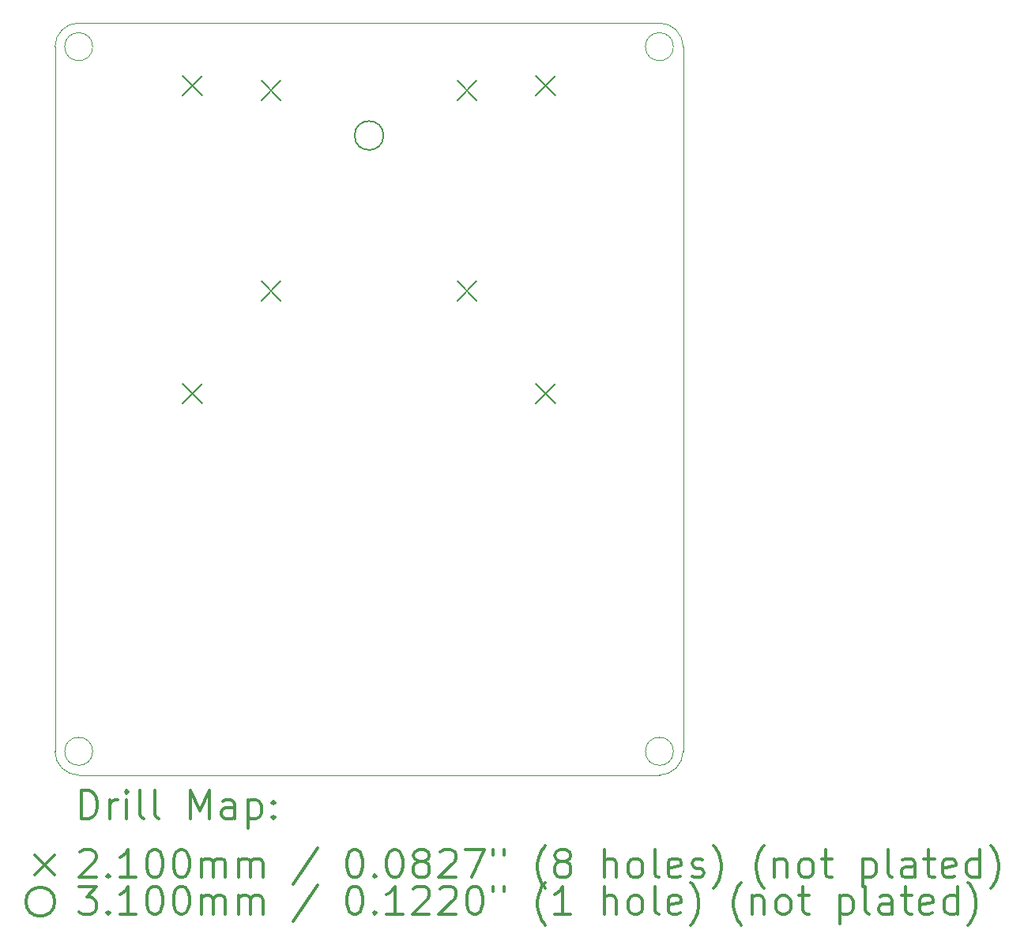
<source format=gbr>
%FSLAX45Y45*%
G04 Gerber Fmt 4.5, Leading zero omitted, Abs format (unit mm)*
G04 Created by KiCad (PCBNEW 5.1.10-88a1d61d58~90~ubuntu20.04.1) date 2021-08-31 10:36:01*
%MOMM*%
%LPD*%
G01*
G04 APERTURE LIST*
%TA.AperFunction,Profile*%
%ADD10C,0.050000*%
%TD*%
%ADD11C,0.200000*%
%ADD12C,0.300000*%
G04 APERTURE END LIST*
D10*
X16342500Y-13589000D02*
G75*
G03*
X16342500Y-13589000I-150000J0D01*
G01*
X16342500Y-6032500D02*
G75*
G03*
X16342500Y-6032500I-150000J0D01*
G01*
X16192500Y-5778500D02*
G75*
G02*
X16446500Y-6032500I0J-254000D01*
G01*
X16446500Y-13589000D02*
G75*
G02*
X16192500Y-13843000I-254000J0D01*
G01*
X10119500Y-13589000D02*
G75*
G03*
X10119500Y-13589000I-150000J0D01*
G01*
X9969500Y-13843000D02*
G75*
G02*
X9715500Y-13589000I0J254000D01*
G01*
X10119500Y-6032500D02*
G75*
G03*
X10119500Y-6032500I-150000J0D01*
G01*
X9715500Y-6032500D02*
G75*
G02*
X9969500Y-5778500I254000J0D01*
G01*
X9715500Y-13589000D02*
X9715500Y-6032500D01*
X16192500Y-13843000D02*
X9969500Y-13843000D01*
X16446500Y-6032500D02*
X16446500Y-13589000D01*
X9969500Y-5778500D02*
X16192500Y-5778500D01*
D11*
X11086000Y-6347600D02*
X11296000Y-6557600D01*
X11296000Y-6347600D02*
X11086000Y-6557600D01*
X11086000Y-9647600D02*
X11296000Y-9857600D01*
X11296000Y-9647600D02*
X11086000Y-9857600D01*
X11926000Y-6397600D02*
X12136000Y-6607600D01*
X12136000Y-6397600D02*
X11926000Y-6607600D01*
X11926000Y-8547600D02*
X12136000Y-8757600D01*
X12136000Y-8547600D02*
X11926000Y-8757600D01*
X14026000Y-6397600D02*
X14236000Y-6607600D01*
X14236000Y-6397600D02*
X14026000Y-6607600D01*
X14026000Y-8547600D02*
X14236000Y-8757600D01*
X14236000Y-8547600D02*
X14026000Y-8757600D01*
X14866000Y-6347600D02*
X15076000Y-6557600D01*
X15076000Y-6347600D02*
X14866000Y-6557600D01*
X14866000Y-9647600D02*
X15076000Y-9857600D01*
X15076000Y-9647600D02*
X14866000Y-9857600D01*
X13236000Y-6985000D02*
G75*
G03*
X13236000Y-6985000I-155000J0D01*
G01*
D12*
X9999428Y-14311214D02*
X9999428Y-14011214D01*
X10070857Y-14011214D01*
X10113714Y-14025500D01*
X10142286Y-14054071D01*
X10156571Y-14082643D01*
X10170857Y-14139786D01*
X10170857Y-14182643D01*
X10156571Y-14239786D01*
X10142286Y-14268357D01*
X10113714Y-14296929D01*
X10070857Y-14311214D01*
X9999428Y-14311214D01*
X10299428Y-14311214D02*
X10299428Y-14111214D01*
X10299428Y-14168357D02*
X10313714Y-14139786D01*
X10328000Y-14125500D01*
X10356571Y-14111214D01*
X10385143Y-14111214D01*
X10485143Y-14311214D02*
X10485143Y-14111214D01*
X10485143Y-14011214D02*
X10470857Y-14025500D01*
X10485143Y-14039786D01*
X10499428Y-14025500D01*
X10485143Y-14011214D01*
X10485143Y-14039786D01*
X10670857Y-14311214D02*
X10642286Y-14296929D01*
X10628000Y-14268357D01*
X10628000Y-14011214D01*
X10828000Y-14311214D02*
X10799428Y-14296929D01*
X10785143Y-14268357D01*
X10785143Y-14011214D01*
X11170857Y-14311214D02*
X11170857Y-14011214D01*
X11270857Y-14225500D01*
X11370857Y-14011214D01*
X11370857Y-14311214D01*
X11642286Y-14311214D02*
X11642286Y-14154071D01*
X11628000Y-14125500D01*
X11599428Y-14111214D01*
X11542286Y-14111214D01*
X11513714Y-14125500D01*
X11642286Y-14296929D02*
X11613714Y-14311214D01*
X11542286Y-14311214D01*
X11513714Y-14296929D01*
X11499428Y-14268357D01*
X11499428Y-14239786D01*
X11513714Y-14211214D01*
X11542286Y-14196929D01*
X11613714Y-14196929D01*
X11642286Y-14182643D01*
X11785143Y-14111214D02*
X11785143Y-14411214D01*
X11785143Y-14125500D02*
X11813714Y-14111214D01*
X11870857Y-14111214D01*
X11899428Y-14125500D01*
X11913714Y-14139786D01*
X11928000Y-14168357D01*
X11928000Y-14254071D01*
X11913714Y-14282643D01*
X11899428Y-14296929D01*
X11870857Y-14311214D01*
X11813714Y-14311214D01*
X11785143Y-14296929D01*
X12056571Y-14282643D02*
X12070857Y-14296929D01*
X12056571Y-14311214D01*
X12042286Y-14296929D01*
X12056571Y-14282643D01*
X12056571Y-14311214D01*
X12056571Y-14125500D02*
X12070857Y-14139786D01*
X12056571Y-14154071D01*
X12042286Y-14139786D01*
X12056571Y-14125500D01*
X12056571Y-14154071D01*
X9503000Y-14700500D02*
X9713000Y-14910500D01*
X9713000Y-14700500D02*
X9503000Y-14910500D01*
X9985143Y-14669786D02*
X9999428Y-14655500D01*
X10028000Y-14641214D01*
X10099428Y-14641214D01*
X10128000Y-14655500D01*
X10142286Y-14669786D01*
X10156571Y-14698357D01*
X10156571Y-14726929D01*
X10142286Y-14769786D01*
X9970857Y-14941214D01*
X10156571Y-14941214D01*
X10285143Y-14912643D02*
X10299428Y-14926929D01*
X10285143Y-14941214D01*
X10270857Y-14926929D01*
X10285143Y-14912643D01*
X10285143Y-14941214D01*
X10585143Y-14941214D02*
X10413714Y-14941214D01*
X10499428Y-14941214D02*
X10499428Y-14641214D01*
X10470857Y-14684071D01*
X10442286Y-14712643D01*
X10413714Y-14726929D01*
X10770857Y-14641214D02*
X10799428Y-14641214D01*
X10828000Y-14655500D01*
X10842286Y-14669786D01*
X10856571Y-14698357D01*
X10870857Y-14755500D01*
X10870857Y-14826929D01*
X10856571Y-14884071D01*
X10842286Y-14912643D01*
X10828000Y-14926929D01*
X10799428Y-14941214D01*
X10770857Y-14941214D01*
X10742286Y-14926929D01*
X10728000Y-14912643D01*
X10713714Y-14884071D01*
X10699428Y-14826929D01*
X10699428Y-14755500D01*
X10713714Y-14698357D01*
X10728000Y-14669786D01*
X10742286Y-14655500D01*
X10770857Y-14641214D01*
X11056571Y-14641214D02*
X11085143Y-14641214D01*
X11113714Y-14655500D01*
X11128000Y-14669786D01*
X11142286Y-14698357D01*
X11156571Y-14755500D01*
X11156571Y-14826929D01*
X11142286Y-14884071D01*
X11128000Y-14912643D01*
X11113714Y-14926929D01*
X11085143Y-14941214D01*
X11056571Y-14941214D01*
X11028000Y-14926929D01*
X11013714Y-14912643D01*
X10999428Y-14884071D01*
X10985143Y-14826929D01*
X10985143Y-14755500D01*
X10999428Y-14698357D01*
X11013714Y-14669786D01*
X11028000Y-14655500D01*
X11056571Y-14641214D01*
X11285143Y-14941214D02*
X11285143Y-14741214D01*
X11285143Y-14769786D02*
X11299428Y-14755500D01*
X11328000Y-14741214D01*
X11370857Y-14741214D01*
X11399428Y-14755500D01*
X11413714Y-14784071D01*
X11413714Y-14941214D01*
X11413714Y-14784071D02*
X11428000Y-14755500D01*
X11456571Y-14741214D01*
X11499428Y-14741214D01*
X11528000Y-14755500D01*
X11542286Y-14784071D01*
X11542286Y-14941214D01*
X11685143Y-14941214D02*
X11685143Y-14741214D01*
X11685143Y-14769786D02*
X11699428Y-14755500D01*
X11728000Y-14741214D01*
X11770857Y-14741214D01*
X11799428Y-14755500D01*
X11813714Y-14784071D01*
X11813714Y-14941214D01*
X11813714Y-14784071D02*
X11828000Y-14755500D01*
X11856571Y-14741214D01*
X11899428Y-14741214D01*
X11928000Y-14755500D01*
X11942286Y-14784071D01*
X11942286Y-14941214D01*
X12528000Y-14626929D02*
X12270857Y-15012643D01*
X12913714Y-14641214D02*
X12942286Y-14641214D01*
X12970857Y-14655500D01*
X12985143Y-14669786D01*
X12999428Y-14698357D01*
X13013714Y-14755500D01*
X13013714Y-14826929D01*
X12999428Y-14884071D01*
X12985143Y-14912643D01*
X12970857Y-14926929D01*
X12942286Y-14941214D01*
X12913714Y-14941214D01*
X12885143Y-14926929D01*
X12870857Y-14912643D01*
X12856571Y-14884071D01*
X12842286Y-14826929D01*
X12842286Y-14755500D01*
X12856571Y-14698357D01*
X12870857Y-14669786D01*
X12885143Y-14655500D01*
X12913714Y-14641214D01*
X13142286Y-14912643D02*
X13156571Y-14926929D01*
X13142286Y-14941214D01*
X13128000Y-14926929D01*
X13142286Y-14912643D01*
X13142286Y-14941214D01*
X13342286Y-14641214D02*
X13370857Y-14641214D01*
X13399428Y-14655500D01*
X13413714Y-14669786D01*
X13428000Y-14698357D01*
X13442286Y-14755500D01*
X13442286Y-14826929D01*
X13428000Y-14884071D01*
X13413714Y-14912643D01*
X13399428Y-14926929D01*
X13370857Y-14941214D01*
X13342286Y-14941214D01*
X13313714Y-14926929D01*
X13299428Y-14912643D01*
X13285143Y-14884071D01*
X13270857Y-14826929D01*
X13270857Y-14755500D01*
X13285143Y-14698357D01*
X13299428Y-14669786D01*
X13313714Y-14655500D01*
X13342286Y-14641214D01*
X13613714Y-14769786D02*
X13585143Y-14755500D01*
X13570857Y-14741214D01*
X13556571Y-14712643D01*
X13556571Y-14698357D01*
X13570857Y-14669786D01*
X13585143Y-14655500D01*
X13613714Y-14641214D01*
X13670857Y-14641214D01*
X13699428Y-14655500D01*
X13713714Y-14669786D01*
X13728000Y-14698357D01*
X13728000Y-14712643D01*
X13713714Y-14741214D01*
X13699428Y-14755500D01*
X13670857Y-14769786D01*
X13613714Y-14769786D01*
X13585143Y-14784071D01*
X13570857Y-14798357D01*
X13556571Y-14826929D01*
X13556571Y-14884071D01*
X13570857Y-14912643D01*
X13585143Y-14926929D01*
X13613714Y-14941214D01*
X13670857Y-14941214D01*
X13699428Y-14926929D01*
X13713714Y-14912643D01*
X13728000Y-14884071D01*
X13728000Y-14826929D01*
X13713714Y-14798357D01*
X13699428Y-14784071D01*
X13670857Y-14769786D01*
X13842286Y-14669786D02*
X13856571Y-14655500D01*
X13885143Y-14641214D01*
X13956571Y-14641214D01*
X13985143Y-14655500D01*
X13999428Y-14669786D01*
X14013714Y-14698357D01*
X14013714Y-14726929D01*
X13999428Y-14769786D01*
X13828000Y-14941214D01*
X14013714Y-14941214D01*
X14113714Y-14641214D02*
X14313714Y-14641214D01*
X14185143Y-14941214D01*
X14413714Y-14641214D02*
X14413714Y-14698357D01*
X14528000Y-14641214D02*
X14528000Y-14698357D01*
X14970857Y-15055500D02*
X14956571Y-15041214D01*
X14928000Y-14998357D01*
X14913714Y-14969786D01*
X14899428Y-14926929D01*
X14885143Y-14855500D01*
X14885143Y-14798357D01*
X14899428Y-14726929D01*
X14913714Y-14684071D01*
X14928000Y-14655500D01*
X14956571Y-14612643D01*
X14970857Y-14598357D01*
X15128000Y-14769786D02*
X15099428Y-14755500D01*
X15085143Y-14741214D01*
X15070857Y-14712643D01*
X15070857Y-14698357D01*
X15085143Y-14669786D01*
X15099428Y-14655500D01*
X15128000Y-14641214D01*
X15185143Y-14641214D01*
X15213714Y-14655500D01*
X15228000Y-14669786D01*
X15242286Y-14698357D01*
X15242286Y-14712643D01*
X15228000Y-14741214D01*
X15213714Y-14755500D01*
X15185143Y-14769786D01*
X15128000Y-14769786D01*
X15099428Y-14784071D01*
X15085143Y-14798357D01*
X15070857Y-14826929D01*
X15070857Y-14884071D01*
X15085143Y-14912643D01*
X15099428Y-14926929D01*
X15128000Y-14941214D01*
X15185143Y-14941214D01*
X15213714Y-14926929D01*
X15228000Y-14912643D01*
X15242286Y-14884071D01*
X15242286Y-14826929D01*
X15228000Y-14798357D01*
X15213714Y-14784071D01*
X15185143Y-14769786D01*
X15599428Y-14941214D02*
X15599428Y-14641214D01*
X15728000Y-14941214D02*
X15728000Y-14784071D01*
X15713714Y-14755500D01*
X15685143Y-14741214D01*
X15642286Y-14741214D01*
X15613714Y-14755500D01*
X15599428Y-14769786D01*
X15913714Y-14941214D02*
X15885143Y-14926929D01*
X15870857Y-14912643D01*
X15856571Y-14884071D01*
X15856571Y-14798357D01*
X15870857Y-14769786D01*
X15885143Y-14755500D01*
X15913714Y-14741214D01*
X15956571Y-14741214D01*
X15985143Y-14755500D01*
X15999428Y-14769786D01*
X16013714Y-14798357D01*
X16013714Y-14884071D01*
X15999428Y-14912643D01*
X15985143Y-14926929D01*
X15956571Y-14941214D01*
X15913714Y-14941214D01*
X16185143Y-14941214D02*
X16156571Y-14926929D01*
X16142286Y-14898357D01*
X16142286Y-14641214D01*
X16413714Y-14926929D02*
X16385143Y-14941214D01*
X16328000Y-14941214D01*
X16299428Y-14926929D01*
X16285143Y-14898357D01*
X16285143Y-14784071D01*
X16299428Y-14755500D01*
X16328000Y-14741214D01*
X16385143Y-14741214D01*
X16413714Y-14755500D01*
X16428000Y-14784071D01*
X16428000Y-14812643D01*
X16285143Y-14841214D01*
X16542286Y-14926929D02*
X16570857Y-14941214D01*
X16628000Y-14941214D01*
X16656571Y-14926929D01*
X16670857Y-14898357D01*
X16670857Y-14884071D01*
X16656571Y-14855500D01*
X16628000Y-14841214D01*
X16585143Y-14841214D01*
X16556571Y-14826929D01*
X16542286Y-14798357D01*
X16542286Y-14784071D01*
X16556571Y-14755500D01*
X16585143Y-14741214D01*
X16628000Y-14741214D01*
X16656571Y-14755500D01*
X16770857Y-15055500D02*
X16785143Y-15041214D01*
X16813714Y-14998357D01*
X16828000Y-14969786D01*
X16842286Y-14926929D01*
X16856571Y-14855500D01*
X16856571Y-14798357D01*
X16842286Y-14726929D01*
X16828000Y-14684071D01*
X16813714Y-14655500D01*
X16785143Y-14612643D01*
X16770857Y-14598357D01*
X17313714Y-15055500D02*
X17299428Y-15041214D01*
X17270857Y-14998357D01*
X17256571Y-14969786D01*
X17242286Y-14926929D01*
X17228000Y-14855500D01*
X17228000Y-14798357D01*
X17242286Y-14726929D01*
X17256571Y-14684071D01*
X17270857Y-14655500D01*
X17299428Y-14612643D01*
X17313714Y-14598357D01*
X17428000Y-14741214D02*
X17428000Y-14941214D01*
X17428000Y-14769786D02*
X17442286Y-14755500D01*
X17470857Y-14741214D01*
X17513714Y-14741214D01*
X17542286Y-14755500D01*
X17556571Y-14784071D01*
X17556571Y-14941214D01*
X17742286Y-14941214D02*
X17713714Y-14926929D01*
X17699428Y-14912643D01*
X17685143Y-14884071D01*
X17685143Y-14798357D01*
X17699428Y-14769786D01*
X17713714Y-14755500D01*
X17742286Y-14741214D01*
X17785143Y-14741214D01*
X17813714Y-14755500D01*
X17828000Y-14769786D01*
X17842286Y-14798357D01*
X17842286Y-14884071D01*
X17828000Y-14912643D01*
X17813714Y-14926929D01*
X17785143Y-14941214D01*
X17742286Y-14941214D01*
X17928000Y-14741214D02*
X18042286Y-14741214D01*
X17970857Y-14641214D02*
X17970857Y-14898357D01*
X17985143Y-14926929D01*
X18013714Y-14941214D01*
X18042286Y-14941214D01*
X18370857Y-14741214D02*
X18370857Y-15041214D01*
X18370857Y-14755500D02*
X18399428Y-14741214D01*
X18456571Y-14741214D01*
X18485143Y-14755500D01*
X18499428Y-14769786D01*
X18513714Y-14798357D01*
X18513714Y-14884071D01*
X18499428Y-14912643D01*
X18485143Y-14926929D01*
X18456571Y-14941214D01*
X18399428Y-14941214D01*
X18370857Y-14926929D01*
X18685143Y-14941214D02*
X18656571Y-14926929D01*
X18642286Y-14898357D01*
X18642286Y-14641214D01*
X18928000Y-14941214D02*
X18928000Y-14784071D01*
X18913714Y-14755500D01*
X18885143Y-14741214D01*
X18828000Y-14741214D01*
X18799428Y-14755500D01*
X18928000Y-14926929D02*
X18899428Y-14941214D01*
X18828000Y-14941214D01*
X18799428Y-14926929D01*
X18785143Y-14898357D01*
X18785143Y-14869786D01*
X18799428Y-14841214D01*
X18828000Y-14826929D01*
X18899428Y-14826929D01*
X18928000Y-14812643D01*
X19028000Y-14741214D02*
X19142286Y-14741214D01*
X19070857Y-14641214D02*
X19070857Y-14898357D01*
X19085143Y-14926929D01*
X19113714Y-14941214D01*
X19142286Y-14941214D01*
X19356571Y-14926929D02*
X19328000Y-14941214D01*
X19270857Y-14941214D01*
X19242286Y-14926929D01*
X19228000Y-14898357D01*
X19228000Y-14784071D01*
X19242286Y-14755500D01*
X19270857Y-14741214D01*
X19328000Y-14741214D01*
X19356571Y-14755500D01*
X19370857Y-14784071D01*
X19370857Y-14812643D01*
X19228000Y-14841214D01*
X19628000Y-14941214D02*
X19628000Y-14641214D01*
X19628000Y-14926929D02*
X19599428Y-14941214D01*
X19542286Y-14941214D01*
X19513714Y-14926929D01*
X19499428Y-14912643D01*
X19485143Y-14884071D01*
X19485143Y-14798357D01*
X19499428Y-14769786D01*
X19513714Y-14755500D01*
X19542286Y-14741214D01*
X19599428Y-14741214D01*
X19628000Y-14755500D01*
X19742286Y-15055500D02*
X19756571Y-15041214D01*
X19785143Y-14998357D01*
X19799428Y-14969786D01*
X19813714Y-14926929D01*
X19828000Y-14855500D01*
X19828000Y-14798357D01*
X19813714Y-14726929D01*
X19799428Y-14684071D01*
X19785143Y-14655500D01*
X19756571Y-14612643D01*
X19742286Y-14598357D01*
X9713000Y-15201500D02*
G75*
G03*
X9713000Y-15201500I-155000J0D01*
G01*
X9970857Y-15037214D02*
X10156571Y-15037214D01*
X10056571Y-15151500D01*
X10099428Y-15151500D01*
X10128000Y-15165786D01*
X10142286Y-15180071D01*
X10156571Y-15208643D01*
X10156571Y-15280071D01*
X10142286Y-15308643D01*
X10128000Y-15322929D01*
X10099428Y-15337214D01*
X10013714Y-15337214D01*
X9985143Y-15322929D01*
X9970857Y-15308643D01*
X10285143Y-15308643D02*
X10299428Y-15322929D01*
X10285143Y-15337214D01*
X10270857Y-15322929D01*
X10285143Y-15308643D01*
X10285143Y-15337214D01*
X10585143Y-15337214D02*
X10413714Y-15337214D01*
X10499428Y-15337214D02*
X10499428Y-15037214D01*
X10470857Y-15080071D01*
X10442286Y-15108643D01*
X10413714Y-15122929D01*
X10770857Y-15037214D02*
X10799428Y-15037214D01*
X10828000Y-15051500D01*
X10842286Y-15065786D01*
X10856571Y-15094357D01*
X10870857Y-15151500D01*
X10870857Y-15222929D01*
X10856571Y-15280071D01*
X10842286Y-15308643D01*
X10828000Y-15322929D01*
X10799428Y-15337214D01*
X10770857Y-15337214D01*
X10742286Y-15322929D01*
X10728000Y-15308643D01*
X10713714Y-15280071D01*
X10699428Y-15222929D01*
X10699428Y-15151500D01*
X10713714Y-15094357D01*
X10728000Y-15065786D01*
X10742286Y-15051500D01*
X10770857Y-15037214D01*
X11056571Y-15037214D02*
X11085143Y-15037214D01*
X11113714Y-15051500D01*
X11128000Y-15065786D01*
X11142286Y-15094357D01*
X11156571Y-15151500D01*
X11156571Y-15222929D01*
X11142286Y-15280071D01*
X11128000Y-15308643D01*
X11113714Y-15322929D01*
X11085143Y-15337214D01*
X11056571Y-15337214D01*
X11028000Y-15322929D01*
X11013714Y-15308643D01*
X10999428Y-15280071D01*
X10985143Y-15222929D01*
X10985143Y-15151500D01*
X10999428Y-15094357D01*
X11013714Y-15065786D01*
X11028000Y-15051500D01*
X11056571Y-15037214D01*
X11285143Y-15337214D02*
X11285143Y-15137214D01*
X11285143Y-15165786D02*
X11299428Y-15151500D01*
X11328000Y-15137214D01*
X11370857Y-15137214D01*
X11399428Y-15151500D01*
X11413714Y-15180071D01*
X11413714Y-15337214D01*
X11413714Y-15180071D02*
X11428000Y-15151500D01*
X11456571Y-15137214D01*
X11499428Y-15137214D01*
X11528000Y-15151500D01*
X11542286Y-15180071D01*
X11542286Y-15337214D01*
X11685143Y-15337214D02*
X11685143Y-15137214D01*
X11685143Y-15165786D02*
X11699428Y-15151500D01*
X11728000Y-15137214D01*
X11770857Y-15137214D01*
X11799428Y-15151500D01*
X11813714Y-15180071D01*
X11813714Y-15337214D01*
X11813714Y-15180071D02*
X11828000Y-15151500D01*
X11856571Y-15137214D01*
X11899428Y-15137214D01*
X11928000Y-15151500D01*
X11942286Y-15180071D01*
X11942286Y-15337214D01*
X12528000Y-15022929D02*
X12270857Y-15408643D01*
X12913714Y-15037214D02*
X12942286Y-15037214D01*
X12970857Y-15051500D01*
X12985143Y-15065786D01*
X12999428Y-15094357D01*
X13013714Y-15151500D01*
X13013714Y-15222929D01*
X12999428Y-15280071D01*
X12985143Y-15308643D01*
X12970857Y-15322929D01*
X12942286Y-15337214D01*
X12913714Y-15337214D01*
X12885143Y-15322929D01*
X12870857Y-15308643D01*
X12856571Y-15280071D01*
X12842286Y-15222929D01*
X12842286Y-15151500D01*
X12856571Y-15094357D01*
X12870857Y-15065786D01*
X12885143Y-15051500D01*
X12913714Y-15037214D01*
X13142286Y-15308643D02*
X13156571Y-15322929D01*
X13142286Y-15337214D01*
X13128000Y-15322929D01*
X13142286Y-15308643D01*
X13142286Y-15337214D01*
X13442286Y-15337214D02*
X13270857Y-15337214D01*
X13356571Y-15337214D02*
X13356571Y-15037214D01*
X13328000Y-15080071D01*
X13299428Y-15108643D01*
X13270857Y-15122929D01*
X13556571Y-15065786D02*
X13570857Y-15051500D01*
X13599428Y-15037214D01*
X13670857Y-15037214D01*
X13699428Y-15051500D01*
X13713714Y-15065786D01*
X13728000Y-15094357D01*
X13728000Y-15122929D01*
X13713714Y-15165786D01*
X13542286Y-15337214D01*
X13728000Y-15337214D01*
X13842286Y-15065786D02*
X13856571Y-15051500D01*
X13885143Y-15037214D01*
X13956571Y-15037214D01*
X13985143Y-15051500D01*
X13999428Y-15065786D01*
X14013714Y-15094357D01*
X14013714Y-15122929D01*
X13999428Y-15165786D01*
X13828000Y-15337214D01*
X14013714Y-15337214D01*
X14199428Y-15037214D02*
X14228000Y-15037214D01*
X14256571Y-15051500D01*
X14270857Y-15065786D01*
X14285143Y-15094357D01*
X14299428Y-15151500D01*
X14299428Y-15222929D01*
X14285143Y-15280071D01*
X14270857Y-15308643D01*
X14256571Y-15322929D01*
X14228000Y-15337214D01*
X14199428Y-15337214D01*
X14170857Y-15322929D01*
X14156571Y-15308643D01*
X14142286Y-15280071D01*
X14128000Y-15222929D01*
X14128000Y-15151500D01*
X14142286Y-15094357D01*
X14156571Y-15065786D01*
X14170857Y-15051500D01*
X14199428Y-15037214D01*
X14413714Y-15037214D02*
X14413714Y-15094357D01*
X14528000Y-15037214D02*
X14528000Y-15094357D01*
X14970857Y-15451500D02*
X14956571Y-15437214D01*
X14928000Y-15394357D01*
X14913714Y-15365786D01*
X14899428Y-15322929D01*
X14885143Y-15251500D01*
X14885143Y-15194357D01*
X14899428Y-15122929D01*
X14913714Y-15080071D01*
X14928000Y-15051500D01*
X14956571Y-15008643D01*
X14970857Y-14994357D01*
X15242286Y-15337214D02*
X15070857Y-15337214D01*
X15156571Y-15337214D02*
X15156571Y-15037214D01*
X15128000Y-15080071D01*
X15099428Y-15108643D01*
X15070857Y-15122929D01*
X15599428Y-15337214D02*
X15599428Y-15037214D01*
X15728000Y-15337214D02*
X15728000Y-15180071D01*
X15713714Y-15151500D01*
X15685143Y-15137214D01*
X15642286Y-15137214D01*
X15613714Y-15151500D01*
X15599428Y-15165786D01*
X15913714Y-15337214D02*
X15885143Y-15322929D01*
X15870857Y-15308643D01*
X15856571Y-15280071D01*
X15856571Y-15194357D01*
X15870857Y-15165786D01*
X15885143Y-15151500D01*
X15913714Y-15137214D01*
X15956571Y-15137214D01*
X15985143Y-15151500D01*
X15999428Y-15165786D01*
X16013714Y-15194357D01*
X16013714Y-15280071D01*
X15999428Y-15308643D01*
X15985143Y-15322929D01*
X15956571Y-15337214D01*
X15913714Y-15337214D01*
X16185143Y-15337214D02*
X16156571Y-15322929D01*
X16142286Y-15294357D01*
X16142286Y-15037214D01*
X16413714Y-15322929D02*
X16385143Y-15337214D01*
X16328000Y-15337214D01*
X16299428Y-15322929D01*
X16285143Y-15294357D01*
X16285143Y-15180071D01*
X16299428Y-15151500D01*
X16328000Y-15137214D01*
X16385143Y-15137214D01*
X16413714Y-15151500D01*
X16428000Y-15180071D01*
X16428000Y-15208643D01*
X16285143Y-15237214D01*
X16528000Y-15451500D02*
X16542286Y-15437214D01*
X16570857Y-15394357D01*
X16585143Y-15365786D01*
X16599428Y-15322929D01*
X16613714Y-15251500D01*
X16613714Y-15194357D01*
X16599428Y-15122929D01*
X16585143Y-15080071D01*
X16570857Y-15051500D01*
X16542286Y-15008643D01*
X16528000Y-14994357D01*
X17070857Y-15451500D02*
X17056571Y-15437214D01*
X17028000Y-15394357D01*
X17013714Y-15365786D01*
X16999428Y-15322929D01*
X16985143Y-15251500D01*
X16985143Y-15194357D01*
X16999428Y-15122929D01*
X17013714Y-15080071D01*
X17028000Y-15051500D01*
X17056571Y-15008643D01*
X17070857Y-14994357D01*
X17185143Y-15137214D02*
X17185143Y-15337214D01*
X17185143Y-15165786D02*
X17199428Y-15151500D01*
X17228000Y-15137214D01*
X17270857Y-15137214D01*
X17299428Y-15151500D01*
X17313714Y-15180071D01*
X17313714Y-15337214D01*
X17499428Y-15337214D02*
X17470857Y-15322929D01*
X17456571Y-15308643D01*
X17442286Y-15280071D01*
X17442286Y-15194357D01*
X17456571Y-15165786D01*
X17470857Y-15151500D01*
X17499428Y-15137214D01*
X17542286Y-15137214D01*
X17570857Y-15151500D01*
X17585143Y-15165786D01*
X17599428Y-15194357D01*
X17599428Y-15280071D01*
X17585143Y-15308643D01*
X17570857Y-15322929D01*
X17542286Y-15337214D01*
X17499428Y-15337214D01*
X17685143Y-15137214D02*
X17799428Y-15137214D01*
X17728000Y-15037214D02*
X17728000Y-15294357D01*
X17742286Y-15322929D01*
X17770857Y-15337214D01*
X17799428Y-15337214D01*
X18128000Y-15137214D02*
X18128000Y-15437214D01*
X18128000Y-15151500D02*
X18156571Y-15137214D01*
X18213714Y-15137214D01*
X18242286Y-15151500D01*
X18256571Y-15165786D01*
X18270857Y-15194357D01*
X18270857Y-15280071D01*
X18256571Y-15308643D01*
X18242286Y-15322929D01*
X18213714Y-15337214D01*
X18156571Y-15337214D01*
X18128000Y-15322929D01*
X18442286Y-15337214D02*
X18413714Y-15322929D01*
X18399428Y-15294357D01*
X18399428Y-15037214D01*
X18685143Y-15337214D02*
X18685143Y-15180071D01*
X18670857Y-15151500D01*
X18642286Y-15137214D01*
X18585143Y-15137214D01*
X18556571Y-15151500D01*
X18685143Y-15322929D02*
X18656571Y-15337214D01*
X18585143Y-15337214D01*
X18556571Y-15322929D01*
X18542286Y-15294357D01*
X18542286Y-15265786D01*
X18556571Y-15237214D01*
X18585143Y-15222929D01*
X18656571Y-15222929D01*
X18685143Y-15208643D01*
X18785143Y-15137214D02*
X18899428Y-15137214D01*
X18828000Y-15037214D02*
X18828000Y-15294357D01*
X18842286Y-15322929D01*
X18870857Y-15337214D01*
X18899428Y-15337214D01*
X19113714Y-15322929D02*
X19085143Y-15337214D01*
X19028000Y-15337214D01*
X18999428Y-15322929D01*
X18985143Y-15294357D01*
X18985143Y-15180071D01*
X18999428Y-15151500D01*
X19028000Y-15137214D01*
X19085143Y-15137214D01*
X19113714Y-15151500D01*
X19128000Y-15180071D01*
X19128000Y-15208643D01*
X18985143Y-15237214D01*
X19385143Y-15337214D02*
X19385143Y-15037214D01*
X19385143Y-15322929D02*
X19356571Y-15337214D01*
X19299428Y-15337214D01*
X19270857Y-15322929D01*
X19256571Y-15308643D01*
X19242286Y-15280071D01*
X19242286Y-15194357D01*
X19256571Y-15165786D01*
X19270857Y-15151500D01*
X19299428Y-15137214D01*
X19356571Y-15137214D01*
X19385143Y-15151500D01*
X19499428Y-15451500D02*
X19513714Y-15437214D01*
X19542286Y-15394357D01*
X19556571Y-15365786D01*
X19570857Y-15322929D01*
X19585143Y-15251500D01*
X19585143Y-15194357D01*
X19570857Y-15122929D01*
X19556571Y-15080071D01*
X19542286Y-15051500D01*
X19513714Y-15008643D01*
X19499428Y-14994357D01*
M02*

</source>
